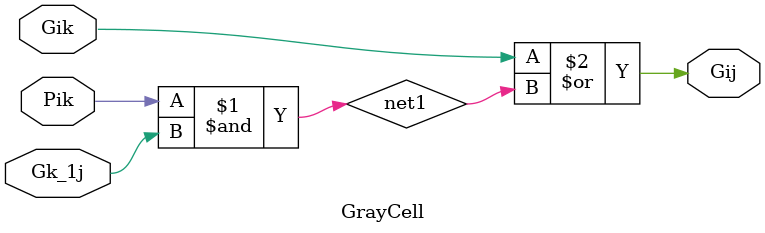
<source format=v>
`timescale 1ns / 1ps
module GrayCell(
	input Gik,
	input Pik,
	input Gk_1j,
	output Gij
    );

wire net1;

and #0.1 (net1,Pik,Gk_1j);
or #0.1 (Gij,Gik,net1);		// output Gij generated here

endmodule

</source>
